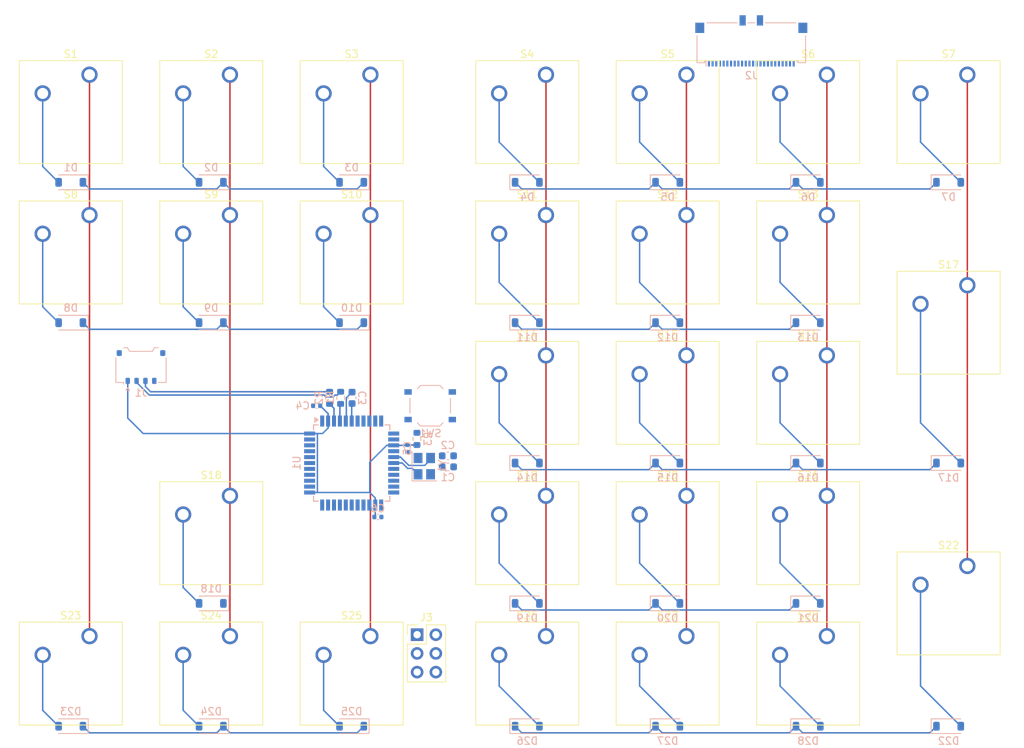
<source format=kicad_pcb>
(kicad_pcb (version 20240108) (generator "pcbnew") (generator_version "8.0")
  (layers (0 "F.Cu" signal) (31 "B.Cu" signal) (34 "B.Paste" user) (35 "F.Paste" user) (36 "B.SilkS" user "B.Silkscreen") (37 "F.SilkS" user "F.Silkscreen") (38 "B.Mask" user) (39 "F.Mask" user) (44 "Edge.Cuts" user))
  (net 0 "")
  (net 1 "GND")
  (net 2 "+5V")
  (net 14 "Net-(D1-A)")
  (net 15 "Col0")
  (net 16 "Net-(D2-A)")
  (net 17 "Col1")
  (net 18 "Net-(D3-A)")
  (net 19 "Col2")
  (net 20 "Net-(D4-A)")
  (net 21 "Col3")
  (net 22 "Col4")
  (net 23 "Net-(D5-A)")
  (net 24 "Col5")
  (net 25 "Net-(D6-A)")
  (net 26 "Net-(D7-A)")
  (net 27 "Col6")
  (net 28 "Net-(D8-A)")
  (net 29 "Net-(D9-A)")
  (net 30 "Net-(D10-A)")
  (net 31 "Net-(D11-A)")
  (net 32 "Net-(D12-A)")
  (net 33 "Net-(D13-A)")
  (net 34 "Net-(D14-A)")
  (net 35 "Net-(D15-A)")
  (net 36 "Net-(D16-A)")
  (net 37 "Net-(D17-A)")
  (net 38 "Net-(D18-A)")
  (net 39 "Net-(D19-A)")
  (net 40 "Net-(D20-A)")
  (net 41 "Net-(D21-A)")
  (net 42 "Net-(D22-A)")
  (net 43 "Net-(D23-A)")
  (net 44 "Net-(D24-A)")
  (net 45 "Net-(D25-A)")
  (net 46 "Net-(D26-A)")
  (net 47 "Net-(D27-A)")
  (net 48 "Net-(D28-A)")
  (net 49 "Row0")
  (net 50 "Row1")
  (net 51 "Row2")
  (net 52 "Row3")
  (net 53 "Row4")
  (net 54 "D-")
  (net 55 "D+")
  (net 56 "Net-(U1-XTAL1)")
  (net 57 "Net-(U1-XTAL2)")
  (net 58 "Net-(U1-UCAP)")
  (net 59 "Net-(U1-D+)")
  (net 60 "Net-(U1-D-)")
  (net 61 "RESET")
  (net 62 "Row5")
  (net 63 "MOSI")
  (net 64 "MISO")
  (net 89 "SCK")
  (footprint "Button_Switch_Keyboard:SW_Cherry_MX_1.00u_PCB" (layer "F.Cu") (at 152.5525 102.07)
    (property "Reference" "S15")
    (property "Value" "MX Switch")
  )
  (footprint "Button_Switch_Keyboard:SW_Cherry_MX_1.00u_PCB" (layer "F.Cu") (at 171.6025 102.07)
    (property "Reference" "S16")
    (property "Value" "MX Switch")
  )
  (footprint "Button_Switch_Keyboard:SW_Cherry_MX_2.00u_Vertical_PCB" (layer "F.Cu") (at 190.6525 130.645)
    (property "Reference" "S22")
    (property "Value" "MX Switch")
  )
  (footprint "Button_Switch_Keyboard:SW_Cherry_MX_1.00u_PCB" (layer "F.Cu") (at 109.69 140.17)
    (property "Reference" "S25")
    (property "Value" "MX Switch")
  )
  (footprint "Button_Switch_Keyboard:SW_Cherry_MX_1.00u_PCB" (layer "F.Cu") (at 152.5525 121.12)
    (property "Reference" "S20")
    (property "Value" "MX Switch")
  )
  (footprint "Button_Switch_Keyboard:SW_Cherry_MX_1.00u_PCB" (layer "F.Cu") (at 171.6025 140.17)
    (property "Reference" "S28")
    (property "Value" "MX Switch")
  )
  (footprint "Button_Switch_Keyboard:SW_Cherry_MX_1.00u_PCB" (layer "F.Cu") (at 90.64 83.02)
    (property "Reference" "S9")
    (property "Value" "MX Switch")
  )
  (footprint "Button_Switch_Keyboard:SW_Cherry_MX_1.00u_PCB" (layer "F.Cu") (at 90.64 121.12)
    (property "Reference" "S18")
    (property "Value" "MX Switch")
  )
  (footprint "Button_Switch_Keyboard:SW_Cherry_MX_1.00u_PCB" (layer "F.Cu") (at 152.5525 63.97)
    (property "Reference" "S5")
    (property "Value" "MX Switch")
  )
  (footprint "Button_Switch_Keyboard:SW_Cherry_MX_1.00u_PCB" (layer "F.Cu") (at 190.6525 63.97)
    (property "Reference" "S7")
    (property "Value" "MX Switch")
  )
  (footprint "Button_Switch_Keyboard:SW_Cherry_MX_1.00u_PCB" (layer "F.Cu") (at 133.5025 83.02)
    (property "Reference" "S11")
    (property "Value" "MX Switch")
  )
  (footprint "Button_Switch_Keyboard:SW_Cherry_MX_1.00u_PCB" (layer "F.Cu") (at 133.5025 63.97)
    (property "Reference" "S4")
    (property "Value" "MX Switch")
  )
  (footprint "Button_Switch_Keyboard:SW_Cherry_MX_1.00u_PCB" (layer "F.Cu") (at 109.69 83.02)
    (property "Reference" "S10")
    (property "Value" "MX Switch")
  )
  (footprint "Button_Switch_Keyboard:SW_Cherry_MX_1.00u_PCB" (layer "F.Cu") (at 171.6025 63.97)
    (property "Reference" "S6")
    (property "Value" "MX Switch")
  )
  (footprint "Button_Switch_Keyboard:SW_Cherry_MX_2.00u_Vertical_PCB" (layer "F.Cu") (at 190.6525 92.545)
    (property "Reference" "S17")
    (property "Value" "MX Switch")
  )
  (footprint "Button_Switch_Keyboard:SW_Cherry_MX_1.00u_PCB" (layer "F.Cu") (at 71.59 63.97)
    (property "Reference" "S1")
    (property "Value" "MX Switch")
  )
  (footprint "Button_Switch_Keyboard:SW_Cherry_MX_1.00u_PCB" (layer "F.Cu") (at 90.64 140.17)
    (property "Reference" "S24")
    (property "Value" "MX Switch")
  )
  (footprint "Button_Switch_Keyboard:SW_Cherry_MX_1.00u_PCB" (layer "F.Cu") (at 71.59 140.17)
    (property "Reference" "S23")
    (property "Value" "MX Switch")
  )
  (footprint "Button_Switch_Keyboard:SW_Cherry_MX_1.00u_PCB" (layer "F.Cu") (at 171.6025 121.12)
    (property "Reference" "S21")
    (property "Value" "MX Switch")
  )
  (footprint "Button_Switch_Keyboard:SW_Cherry_MX_1.00u_PCB" (layer "F.Cu") (at 71.59 83.02)
    (property "Reference" "S8")
    (property "Value" "MX Switch")
  )
  (footprint "Button_Switch_Keyboard:SW_Cherry_MX_1.00u_PCB" (layer "F.Cu") (at 109.69 63.97)
    (property "Reference" "S3")
    (property "Value" "MX Switch")
  )
  (footprint "Button_Switch_Keyboard:SW_Cherry_MX_1.00u_PCB" (layer "F.Cu") (at 133.5025 102.07)
    (property "Reference" "S14")
    (property "Value" "MX Switch")
  )
  (footprint "Button_Switch_Keyboard:SW_Cherry_MX_1.00u_PCB" (layer "F.Cu") (at 152.5525 140.17)
    (property "Reference" "S27")
    (property "Value" "MX Switch")
  )
  (footprint "Button_Switch_Keyboard:SW_Cherry_MX_1.00u_PCB" (layer "F.Cu") (at 133.5025 121.12)
    (property "Reference" "S19")
    (property "Value" "MX Switch")
  )
  (footprint "Button_Switch_Keyboard:SW_Cherry_MX_1.00u_PCB" (layer "F.Cu") (at 171.6025 83.02)
    (property "Reference" "S13")
    (property "Value" "MX Switch")
  )
  (footprint "Button_Switch_Keyboard:SW_Cherry_MX_1.00u_PCB" (layer "F.Cu") (at 152.5525 83.02)
    (property "Reference" "S12")
    (property "Value" "MX Switch")
  )
  (footprint "Connector_PinHeader_2.54mm:PinHeader_2x03_P2.54mm_Vertical" (layer "F.Cu") (at 116.025 139.975)
    (property "Reference" "J3")
    (property "Value" "AVR-ISP-6")
  )
  (footprint "Button_Switch_Keyboard:SW_Cherry_MX_1.00u_PCB" (layer "F.Cu") (at 133.5025 140.17)
    (property "Reference" "S26")
    (property "Value" "MX Switch")
  )
  (footprint "Button_Switch_Keyboard:SW_Cherry_MX_1.00u_PCB" (layer "F.Cu") (at 90.64 63.97)
    (property "Reference" "S2")
    (property "Value" "MX Switch")
  )
  (footprint "Capacitor_SMD:C_0603_1608Metric" (layer "B.Cu") (at 120.2 117.2)
    (property "Reference" "C1")
    (property "Value" "20nF")
  )
  (footprint "Diode_SMD:D_SOD-123" (layer "B.Cu") (at 150.0125 135.725)
    (property "Reference" "D20")
    (property "Value" "Diode")
  )
  (footprint "Diode_SMD:D_SOD-123" (layer "B.Cu") (at 88.1 152.39375 180)
    (property "Reference" "D24")
    (property "Value" "Diode")
  )
  (footprint "Resistor_SMD:R_0603_1608Metric" (layer "B.Cu") (at 105.65 107.825 -90)
    (property "Reference" "R1")
    (property "Value" "22Ω")
  )
  (footprint "Resistor_SMD:R_0603_1608Metric" (layer "B.Cu") (at 104.15 107.825 -90)
    (property "Reference" "R2")
    (property "Value" "22Ω")
  )
  (footprint "Resistor_SMD:R_0603_1608Metric" (layer "B.Cu") (at 116 113.4 90)
    (property "Reference" "R3")
    (property "Value" "10kΩ")
  )
  (footprint "Diode_SMD:D_SOD-123" (layer "B.Cu") (at 69.05 78.575 180)
    (property "Reference" "D1")
    (property "Value" "Diode")
  )
  (footprint "Diode_SMD:D_SOD-123" (layer "B.Cu") (at 188.1125 152.39375)
    (property "Reference" "D22")
    (property "Value" "Diode")
  )
  (footprint "Crystal:Crystal_SMD_3225-4Pin_3.2x2.5mm" (layer "B.Cu") (at 117 117.1 90)
    (property "Reference" "Y1")
    (property "Value" "16mHz")
  )
  (footprint "Diode_SMD:D_SOD-123" (layer "B.Cu") (at 169.0625 78.575)
    (property "Reference" "D6")
    (property "Value" "Diode")
  )
  (footprint "Diode_SMD:D_SOD-123" (layer "B.Cu") (at 169.0625 152.39375)
    (property "Reference" "D28")
    (property "Value" "Diode")
  )
  (footprint "Diode_SMD:D_SOD-123" (layer "B.Cu") (at 107.15 97.625 180)
    (property "Reference" "D10")
    (property "Value" "Diode")
  )
  (footprint "Diode_SMD:D_SOD-123" (layer "B.Cu") (at 130.9625 78.575)
    (property "Reference" "D4")
    (property "Value" "Diode")
  )
  (footprint "Diode_SMD:D_SOD-123" (layer "B.Cu") (at 169.0625 116.675)
    (property "Reference" "D16")
    (property "Value" "Diode")
  )
  (footprint "Diode_SMD:D_SOD-123" (layer "B.Cu") (at 130.9625 116.675)
    (property "Reference" "D14")
    (property "Value" "Diode")
  )
  (footprint "Connector_FFC-FPC:Molex_502244-2430_1x24-1MP_P0.5mm_Horizontal" (layer "B.Cu") (at 161.35 59.38)
    (property "Reference" "J2")
    (property "Value" "512812498")
  )
  (footprint "Capacitor_SMD:C_0603_1608Metric" (layer "B.Cu") (at 107.2 107.825 90)
    (property "Reference" "C3")
    (property "Value" "1uF")
  )
  (footprint "Diode_SMD:D_SOD-123" (layer "B.Cu") (at 130.9625 152.39375)
    (property "Reference" "D26")
    (property "Value" "Diode")
  )
  (footprint "Diode_SMD:D_SOD-123" (layer "B.Cu") (at 169.0625 97.625)
    (property "Reference" "D13")
    (property "Value" "Diode")
  )
  (footprint "Package_QFP:TQFP-44_10x10mm_P0.8mm" (layer "B.Cu") (at 107.15 116.675 -90)
    (property "Reference" "U1")
    (property "Value" "ATmega32U4-A")
  )
  (footprint "Capacitor_SMD:C_0402_1005Metric" (layer "B.Cu") (at 102.4 108.9)
    (property "Reference" "C4")
    (property "Value" "100nF")
  )
  (footprint "Diode_SMD:D_SOD-123" (layer "B.Cu") (at 88.1 78.575 180)
    (property "Reference" "D2")
    (property "Value" "Diode")
  )
  (footprint "Diode_SMD:D_SOD-123" (layer "B.Cu") (at 150.0125 152.39375)
    (property "Reference" "D27")
    (property "Value" "Diode")
  )
  (footprint "Capacitor_SMD:C_0402_1005Metric" (layer "B.Cu") (at 114.7 114.7 90)
    (property "Reference" "C5")
    (property "Value" "100nF")
  )
  (footprint "Diode_SMD:D_SOD-123" (layer "B.Cu") (at 150.0125 97.625)
    (property "Reference" "D12")
    (property "Value" "Diode")
  )
  (footprint "Diode_SMD:D_SOD-123" (layer "B.Cu") (at 88.1 135.725 180)
    (property "Reference" "D18")
    (property "Value" "Diode")
  )
  (footprint "Diode_SMD:D_SOD-123" (layer "B.Cu") (at 130.9625 135.725)
    (property "Reference" "D19")
    (property "Value" "Diode")
  )
  (footprint "Diode_SMD:D_SOD-123" (layer "B.Cu") (at 107.15 78.575 180)
    (property "Reference" "D3")
    (property "Value" "Diode")
  )
  (footprint "Diode_SMD:D_SOD-123" (layer "B.Cu") (at 188.1125 78.575)
    (property "Reference" "D7")
    (property "Value" "Diode")
  )
  (footprint "Diode_SMD:D_SOD-123" (layer "B.Cu") (at 150.0125 78.575)
    (property "Reference" "D5")
    (property "Value" "Diode")
  )
  (footprint "Capacitor_SMD:C_0603_1608Metric" (layer "B.Cu") (at 120.2 115.7 180)
    (property "Reference" "C2")
    (property "Value" "20nF")
  )
  (footprint "Capacitor_SMD:C_0402_1005Metric" (layer "B.Cu") (at 110.7 124 180)
    (property "Reference" "C6")
    (property "Value" "100nF")
  )
  (footprint "Diode_SMD:D_SOD-123" (layer "B.Cu") (at 188.1125 116.675)
    (property "Reference" "D17")
    (property "Value" "Diode")
  )
  (footprint "Diode_SMD:D_SOD-123" (layer "B.Cu") (at 150.0125 116.675)
    (property "Reference" "D15")
    (property "Value" "Diode")
  )
  (footprint "Connector_Molex:Molex_Pico-EZmate_78171-0004_1x04-1MP_P1.20mm_Vertical" (layer "B.Cu") (at 78.575 103.65)
    (property "Reference" "J1")
    (property "Value" "781710004")
  )
  (footprint "Diode_SMD:D_SOD-123" (layer "B.Cu") (at 107.15 152.39375 180)
    (property "Reference" "D25")
    (property "Value" "Diode")
  )
  (footprint "Diode_SMD:D_SOD-123" (layer "B.Cu") (at 130.9625 97.625)
    (property "Reference" "D11")
    (property "Value" "Diode")
  )
  (footprint "Button_Switch_SMD:SW_Push_1P1T_XKB_TS-1187A" (layer "B.Cu") (at 117.8 108.9)
    (property "Reference" "SW1")
    (property "Value" "SW_Reset")
  )
  (footprint "Diode_SMD:D_SOD-123" (layer "B.Cu") (at 88.1 97.625 180)
    (property "Reference" "D9")
    (property "Value" "Diode")
  )
  (footprint "Diode_SMD:D_SOD-123" (layer "B.Cu") (at 69.05 152.39375 180)
    (property "Reference" "D23")
    (property "Value" "Diode")
  )
  (footprint "Diode_SMD:D_SOD-123" (layer "B.Cu") (at 169.0625 135.725)
    (property "Reference" "D21")
    (property "Value" "Diode")
  )
  (footprint "Diode_SMD:D_SOD-123" (layer "B.Cu") (at 69.05 97.625 180)
    (property "Reference" "D8")
    (property "Value" "Diode")
  )
  (segment (start 106.425 110.9) (end 106.35 110.975) (width 0.2) (layer "B.Cu") (net 1))
  (segment (start 106.425 107.825) (end 106.425 110.9) (width 0.2) (layer "B.Cu") (net 1))
  (segment (start 107.2 107.05) (end 106.425 107.825) (width 0.2) (layer "B.Cu") (net 1))
  (segment (start 103.95 110.975) (end 103.95 109.97) (width 0.2) (layer "B.Cu") (net 2))
  (segment (start 102.5 120.575) (end 102.5 112.775) (width 0.2) (layer "B.Cu") (net 2))
  (segment (start 114.705 114.225) (end 114.7 114.22) (width 0.2) (layer "B.Cu") (net 2))
  (segment (start 102.4 120.675) (end 102.5 120.575) (width 0.2) (layer "B.Cu") (net 2))
  (segment (start 110.35 122.375) (end 110.35 123.87) (width 0.2) (layer "B.Cu") (net 2))
  (segment (start 101.45 112.675) (end 103.2 112.675) (width 0.2) (layer "B.Cu") (net 2))
  (segment (start 111.9 114.275) (end 109.6 116.575) (width 0.2) (layer "B.Cu") (net 2))
  (segment (start 78.875 112.675) (end 101.45 112.675) (width 0.2) (layer "B.Cu") (net 2))
  (segment (start 102.5 112.775) (end 102.4 112.675) (width 0.2) (layer "B.Cu") (net 2))
  (segment (start 102.4 112.675) (end 101.45 112.675) (width 0.2) (layer "B.Cu") (net 2))
  (segment (start 101.45 120.675) (end 102.4 120.675) (width 0.2) (layer "B.Cu") (net 2))
  (segment (start 110.35 123.87) (end 110.22 124) (width 0.2) (layer "B.Cu") (net 2))
  (segment (start 103.95 111.925) (end 103.95 110.975) (width 0.2) (layer "B.Cu") (net 2))
  (segment (start 76.775001 110.575001) (end 78.875 112.675) (width 0.2) (layer "B.Cu") (net 2))
  (segment (start 103.2 112.675) (end 103.95 111.925) (width 0.2) (layer "B.Cu") (net 2))
  (segment (start 110.35 121.425) (end 110.35 122.375) (width 0.2) (layer "B.Cu") (net 2))
  (segment (start 112.85 114.275) (end 111.9 114.275) (width 0.2) (layer "B.Cu") (net 2))
  (segment (start 103.95 109.97) (end 102.88 108.9) (width 0.2) (layer "B.Cu") (net 2))
  (segment (start 112.85 114.275) (end 114.645 114.275) (width 0.2) (layer "B.Cu") (net 2))
  (segment (start 109.6 116.575) (end 109.6 120.675) (width 0.2) (layer "B.Cu") (net 2))
  (segment (start 101.45 120.675) (end 109.6 120.675) (width 0.2) (layer "B.Cu") (net 2))
  (segment (start 109.6 120.675) (end 110.35 121.425) (width 0.2) (layer "B.Cu") (net 2))
  (segment (start 76.775001 105.7329) (end 76.775001 110.575001) (width 0.2) (layer "B.Cu") (net 2))
  (segment (start 116 114.225) (end 114.705 114.225) (width 0.2) (layer "B.Cu") (net 2))
  (segment (start 114.645 114.275) (end 114.7 114.22) (width 0.2) (layer "B.Cu") (net 2))
  (segment (start 65.24 76.415) (end 67.4 78.575) (width 0.2) (layer "B.Cu") (net 14))
  (segment (start 65.24 66.51) (end 65.24 76.415) (width 0.2) (layer "B.Cu") (net 14))
  (segment (start 71.59 63.97) (end 71.59 83.02) (width 0.2) (layer "F.Cu") (net 15))
  (segment (start 71.59 83.02) (end 71.59 140.17) (width 0.2) (layer "F.Cu") (net 15))
  (segment (start 84.29 66.51) (end 84.29 76.415) (width 0.2) (layer "B.Cu") (net 16))
  (segment (start 84.29 76.415) (end 86.45 78.575) (width 0.2) (layer "B.Cu") (net 16))
  (segment (start 90.64 83.02) (end 90.64 121.12) (width 0.2) (layer "F.Cu") (net 17))
  (segment (start 90.64 63.97) (end 90.64 83.02) (width 0.2) (layer "F.Cu") (net 17))
  (segment (start 90.64 121.12) (end 90.64 140.17) (width 0.2) (layer "F.Cu") (net 17))
  (segment (start 103.34 76.415) (end 105.5 78.575) (width 0.2) (layer "B.Cu") (net 18))
  (segment (start 103.34 66.51) (end 103.34 76.415) (width 0.2) (layer "B.Cu") (net 18))
  (segment (start 109.69 63.97) (end 109.69 83.02) (width 0.2) (layer "F.Cu") (net 19))
  (segment (start 109.69 83.02) (end 109.69 140.17) (width 0.2) (layer "F.Cu") (net 19))
  (segment (start 127.1525 66.51) (end 127.1525 73.115) (width 0.2) (layer "B.Cu") (net 20))
  (segment (start 127.1525 73.115) (end 132.6125 78.575) (width 0.2) (layer "B.Cu") (net 20))
  (segment (start 133.5025 102.07) (end 133.5025 121.12) (width 0.2) (layer "F.Cu") (net 21))
  (segment (start 133.5025 121.12) (end 133.5025 140.17) (width 0.2) (layer "F.Cu") (net 21))
  (segment (start 133.5025 83.02) (end 133.5025 102.07) (width 0.2) (layer "F.Cu") (net 21))
  (segment (start 133.5025 63.97) (end 133.5025 83.02) (width 0.2) (layer "F.Cu") (net 21))
  (segment (start 152.5525 102.07) (end 152.5525 121.12) (width 0.2) (layer "F.Cu") (net 22))
  (segment (start 152.5525 83.02) (end 152.5525 102.07) (width 0.2) (layer "F.Cu") (net 22))
  (segment (start 152.5525 121.12) (end 152.5525 140.17) (width 0.2) (layer "F.Cu") (net 22))
  (segment (start 152.5525 63.97) (end 152.5525 83.02) (width 0.2) (layer "F.Cu") (net 22))
  (segment (start 146.2025 73.115) (end 151.6625 78.575) (width 0.2) (layer "B.Cu") (net 23))
  (segment (start 146.2025 66.51) (end 146.2025 73.115) (width 0.2) (layer "B.Cu") (net 23))
  (segment (start 171.6025 63.97) (end 171.6025 83.02) (width 0.2) (layer "F.Cu") (net 24))
  (segment (start 171.6025 121.12) (end 171.6025 140.17) (width 0.2) (layer "F.Cu") (net 24))
  (segment (start 171.6025 102.07) (end 171.6025 121.12) (width 0.2) (layer "F.Cu") (net 24))
  (segment (start 171.6025 83.02) (end 171.6025 102.07) (width 0.2) (layer "F.Cu") (net 24))
  (segment (start 165.2525 66.51) (end 165.2525 73.115) (width 0.2) (layer "B.Cu") (net 25))
  (segment (start 165.2525 73.115) (end 170.7125 78.575) (width 0.2) (layer "B.Cu") (net 25))
  (segment (start 184.3025 66.51) (end 184.3025 73.115) (width 0.2) (layer "B.Cu") (net 26))
  (segment (start 184.3025 73.115) (end 189.7625 78.575) (width 0.2) (layer "B.Cu") (net 26))
  (segment (start 190.6525 92.545) (end 190.6525 63.97) (width 0.2) (layer "F.Cu") (net 27))
  (segment (start 190.6525 130.645) (end 190.6525 92.545) (width 0.2) (layer "F.Cu") (net 27))
  (segment (start 65.24 95.465) (end 67.4 97.625) (width 0.2) (layer "B.Cu") (net 28))
  (segment (start 65.24 85.56) (end 65.24 95.465) (width 0.2) (layer "B.Cu") (net 28))
  (segment (start 84.29 95.465) (end 86.45 97.625) (width 0.2) (layer "B.Cu") (net 29))
  (segment (start 84.29 85.56) (end 84.29 95.465) (width 0.2) (layer "B.Cu") (net 29))
  (segment (start 103.34 85.56) (end 103.34 95.465) (width 0.2) (layer "B.Cu") (net 30))
  (segment (start 103.34 95.465) (end 105.5 97.625) (width 0.2) (layer "B.Cu") (net 30))
  (segment (start 127.1525 85.56) (end 127.1525 92.165) (width 0.2) (layer "B.Cu") (net 31))
  (segment (start 127.1525 92.165) (end 132.6125 97.625) (width 0.2) (layer "B.Cu") (net 31))
  (segment (start 146.2025 85.56) (end 146.2025 92.165) (width 0.2) (layer "B.Cu") (net 32))
  (segment (start 146.2025 92.165) (end 151.6625 97.625) (width 0.2) (layer "B.Cu") (net 32))
  (segment (start 165.2525 92.165) (end 170.7125 97.625) (width 0.2) (layer "B.Cu") (net 33))
  (segment (start 165.2525 85.56) (end 165.2525 92.165) (width 0.2) (layer "B.Cu") (net 33))
  (segment (start 127.1525 111.215) (end 132.6125 116.675) (width 0.2) (layer "B.Cu") (net 34))
  (segment (start 127.1525 104.61) (end 127.1525 111.215) (width 0.2) (layer "B.Cu") (net 34))
  (segment (start 146.2025 111.215) (end 151.6625 116.675) (width 0.2) (layer "B.Cu") (net 35))
  (segment (start 146.2025 104.61) (end 146.2025 111.215) (width 0.2) (layer "B.Cu") (net 35))
  (segment (start 165.2525 111.215) (end 170.7125 116.675) (width 0.2) (layer "B.Cu") (net 36))
  (segment (start 165.2525 104.61) (end 165.2525 111.215) (width 0.2) (layer "B.Cu") (net 36))
  (segment (start 184.3025 95.085) (end 184.3025 111.215) (width 0.2) (layer "B.Cu") (net 37))
  (segment (start 184.3025 111.215) (end 189.7625 116.675) (width 0.2) (layer "B.Cu") (net 37))
  (segment (start 84.29 133.565) (end 86.45 135.725) (width 0.2) (layer "B.Cu") (net 38))
  (segment (start 84.29 123.66) (end 84.29 133.565) (width 0.2) (layer "B.Cu") (net 38))
  (segment (start 127.1525 130.265) (end 132.6125 135.725) (width 0.2) (layer "B.Cu") (net 39))
  (segment (start 127.1525 123.66) (end 127.1525 130.265) (width 0.2) (layer "B.Cu") (net 39))
  (segment (start 146.2025 130.265) (end 151.6625 135.725) (width 0.2) (layer "B.Cu") (net 40))
  (segment (start 146.2025 123.66) (end 146.2025 130.265) (width 0.2) (layer "B.Cu") (net 40))
  (segment (start 165.2525 130.265) (end 170.7125 135.725) (width 0.2) (layer "B.Cu") (net 41))
  (segment (start 165.2525 123.66) (end 165.2525 130.265) (width 0.2) (layer "B.Cu") (net 41))
  (segment (start 184.3025 146.93375) (end 189.7625 152.39375) (width 0.2) (layer "B.Cu") (net 42))
  (segment (start 184.3025 133.185) (end 184.3025 146.93375) (width 0.2) (layer "B.Cu") (net 42))
  (segment (start 65.24 142.71) (end 65.24 150.23375) (width 0.2) (layer "B.Cu") (net 43))
  (segment (start 65.24 150.23375) (end 67.4 152.39375) (width 0.2) (layer "B.Cu") (net 43))
  (segment (start 84.29 150.23375) (end 86.45 152.39375) (width 0.2) (layer "B.Cu") (net 44))
  (segment (start 84.29 142.71) (end 84.29 150.23375) (width 0.2) (layer "B.Cu") (net 44))
  (segment (start 103.34 142.71) (end 103.34 150.23375) (width 0.2) (layer "B.Cu") (net 45))
  (segment (start 103.34 150.23375) (end 105.5 152.39375) (width 0.2) (layer "B.Cu") (net 45))
  (segment (start 127.1525 146.93375) (end 132.6125 152.39375) (width 0.2) (layer "B.Cu") (net 46))
  (segment (start 127.1525 142.71) (end 127.1525 146.93375) (width 0.2) (layer "B.Cu") (net 46))
  (segment (start 146.2025 142.71) (end 146.2025 146.93375) (width 0.2) (layer "B.Cu") (net 47))
  (segment (start 146.2025 146.93375) (end 151.6625 152.39375) (width 0.2) (layer "B.Cu") (net 47))
  (segment (start 165.2525 142.71) (end 165.2525 146.93375) (width 0.2) (layer "B.Cu") (net 48))
  (segment (start 165.2525 146.93375) (end 170.7125 152.39375) (width 0.2) (layer "B.Cu") (net 48))
  (segment (start 147.4625 79.475) (end 130.2125 79.475) (width 0.2) (layer "B.Cu") (net 49))
  (segment (start 90.65 79.475) (end 107.9 79.475) (width 0.2) (layer "B.Cu") (net 49))
  (segment (start 107.9 79.475) (end 108.8 78.575) (width 0.2) (layer "B.Cu") (net 49))
  (segment (start 185.5625 79.475) (end 168.3125 79.475) (width 0.2) (layer "B.Cu") (net 49))
  (segment (start 149.2625 79.475) (end 148.3625 78.575) (width 0.2) (layer "B.Cu") (net 49))
  (segment (start 70.7 78.575) (end 71.6 79.475) (width 0.2) (layer "B.Cu") (net 49))
  (segment (start 130.2125 79.475) (end 129.3125 78.575) (width 0.2) (layer "B.Cu") (net 49))
  (segment (start 168.3125 79.475) (end 167.4125 78.575) (width 0.2) (layer "B.Cu") (net 49))
  (segment (start 166.5125 79.475) (end 149.2625 79.475) (width 0.2) (layer "B.Cu") (net 49))
  (segment (start 71.6 79.475) (end 88.85 79.475) (width 0.2) (layer "B.Cu") (net 49))
  (segment (start 88.85 79.475) (end 89.75 78.575) (width 0.2) (layer "B.Cu") (net 49))
  (segment (start 148.3625 78.575) (end 147.4625 79.475) (width 0.2) (layer "B.Cu") (net 49))
  (segment (start 167.4125 78.575) (end 166.5125 79.475) (width 0.2) (layer "B.Cu") (net 49))
  (segment (start 186.4625 78.575) (end 185.5625 79.475) (width 0.2) (layer "B.Cu") (net 49))
  (segment (start 89.75 78.575) (end 90.65 79.475) (width 0.2) (layer "B.Cu") (net 49))
  (segment (start 167.4125 97.625) (end 166.5125 98.525) (width 0.2) (layer "B.Cu") (net 50))
  (segment (start 147.4625 98.525) (end 130.2125 98.525) (width 0.2) (layer "B.Cu") (net 50))
  (segment (start 148.3625 97.625) (end 147.4625 98.525) (width 0.2) (layer "B.Cu") (net 50))
  (segment (start 70.7 97.625) (end 71.6 98.525) (width 0.2) (layer "B.Cu") (net 50))
  (segment (start 89.75 97.625) (end 90.65 98.525) (width 0.2) (layer "B.Cu") (net 50))
  (segment (start 90.65 98.525) (end 107.9 98.525) (width 0.2) (layer "B.Cu") (net 50))
  (segment (start 71.6 98.525) (end 88.85 98.525) (width 0.2) (layer "B.Cu") (net 50))
  (segment (start 166.5125 98.525) (end 149.2625 98.525) (width 0.2) (layer "B.Cu") (net 50))
  (segment (start 107.9 98.525) (end 108.8 97.625) (width 0.2) (layer "B.Cu") (net 50))
  (segment (start 130.2125 98.525) (end 129.3125 97.625) (width 0.2) (layer "B.Cu") (net 50))
  (segment (start 149.2625 98.525) (end 148.3625 97.625) (width 0.2) (layer "B.Cu") (net 50))
  (segment (start 88.85 98.525) (end 89.75 97.625) (width 0.2) (layer "B.Cu") (net 50))
  (segment (start 148.3625 116.675) (end 147.4625 117.575) (width 0.2) (layer "B.Cu") (net 51))
  (segment (start 186.4625 116.675) (end 185.5625 117.575) (width 0.2) (layer "B.Cu") (net 51))
  (segment (start 130.2125 117.575) (end 129.3125 116.675) (width 0.2) (layer "B.Cu") (net 51))
  (segment (start 168.3125 117.575) (end 167.4125 116.675) (width 0.2) (layer "B.Cu") (net 51))
  (segment (start 147.4625 117.575) (end 130.2125 117.575) (width 0.2) (layer "B.Cu") (net 51))
  (segment (start 185.5625 117.575) (end 168.3125 117.575) (width 0.2) (layer "B.Cu") (net 51))
  (segment (start 167.4125 116.675) (end 166.5125 117.575) (width 0.2) (layer "B.Cu") (net 51))
  (segment (start 149.2625 117.575) (end 148.3625 116.675) (width 0.2) (layer "B.Cu") (net 51))
  (segment (start 166.5125 117.575) (end 149.2625 117.575) (width 0.2) (layer "B.Cu") (net 51))
  (segment (start 166.5125 136.625) (end 149.2625 136.625) (width 0.2) (layer "B.Cu") (net 52))
  (segment (start 147.4625 136.625) (end 130.2125 136.625) (width 0.2) (layer "B.Cu") (net 52))
  (segment (start 130.2125 136.625) (end 129.3125 135.725) (width 0.2) (layer "B.Cu") (net 52))
  (segment (start 149.2625 136.625) (end 148.3625 135.725) (width 0.2) (layer "B.Cu") (net 52))
  (segment (start 148.3625 135.725) (end 147.4625 136.625) (width 0.2) (layer "B.Cu") (net 52))
  (segment (start 167.4125 135.725) (end 166.5125 136.625) (width 0.2) (layer "B.Cu") (net 52))
  (segment (start 167.4125 152.39375) (end 166.5125 153.29375) (width 0.2) (layer "B.Cu") (net 53))
  (segment (start 168.3125 153.29375) (end 167.4125 152.39375) (width 0.2) (layer "B.Cu") (net 53))
  (segment (start 185.5625 153.29375) (end 168.3125 153.29375) (width 0.2) (layer "B.Cu") (net 53))
  (segment (start 70.7 152.39375) (end 71.6 153.29375) (width 0.2) (layer "B.Cu") (net 53))
  (segment (start 166.5125 153.29375) (end 149.2625 153.29375) (width 0.2) (layer "B.Cu") (net 53))
  (segment (start 148.3625 152.39375) (end 147.4625 153.29375) (width 0.2) (layer "B.Cu") (net 53))
  (segment (start 149.2625 153.29375) (end 148.3625 152.39375) (width 0.2) (layer "B.Cu") (net 53))
  (segment (start 186.4625 152.39375) (end 185.5625 153.29375) (width 0.2) (layer "B.Cu") (net 53))
  (segment (start 88.85 153.29375) (end 89.75 152.39375) (width 0.2) (layer "B.Cu") (net 53))
  (segment (start 90.65 153.29375) (end 107.9 153.29375) (width 0.2) (layer "B.Cu") (net 53))
  (segment (start 71.6 153.29375) (end 88.85 153.29375) (width 0.2) (layer "B.Cu") (net 53))
  (segment (start 147.4625 153.29375) (end 130.2125 153.29375) (width 0.2) (layer "B.Cu") (net 53))
  (segment (start 89.75 152.39375) (end 90.65 153.29375) (width 0.2) (layer "B.Cu") (net 53))
  (segment (start 130.2125 153.29375) (end 129.3125 152.39375) (width 0.2) (layer "B.Cu") (net 53))
  (segment (start 107.9 153.29375) (end 108.8 152.39375) (width 0.2) (layer "B.Cu") (net 53))
  (segment (start 104.15 107) (end 79.878498 107) (width 0.2) (layer "B.Cu") (net 54))
  (segment (start 79.878498 107) (end 79.174999 106.296501) (width 0.2) (layer "B.Cu") (net 54))
  (segment (start 79.174999 106.296501) (end 79.174999 105.7329) (width 0.2) (layer "B.Cu") (net 54))
  (segment (start 104.887648 107.45) (end 104.637648 107.7) (width 0.2) (layer "B.Cu") (net 55))
  (segment (start 105.2 107.45) (end 104.887648 107.45) (width 0.2) (layer "B.Cu") (net 55))
  (segment (start 104.637648 107.7) (end 103.662352 107.7) (width 0.2) (layer "B.Cu") (net 55))
  (segment (start 103.662352 107.7) (end 103.412352 107.45) (width 0.2) (layer "B.Cu") (net 55))
  (segment (start 79.692101 107.45) (end 77.975001 105.7329) (width 0.2) (layer "B.Cu") (net 55))
  (segment (start 105.65 107) (end 105.2 107.45) (width 0.2) (layer "B.Cu") (net 55))
  (segment (start 103.412352 107.45) (end 79.692101 107.45) (width 0.2) (layer "B.Cu") (net 55))
  (segment (start 114.5 117.165685) (end 114.009314 116.675) (width 0.2) (layer "B.Cu") (net 56))
  (segment (start 116.15 118.2) (end 115.35 117.4) (width 0.2) (layer "B.Cu") (net 56))
  (segment (start 115.35 117.4) (end 114.734314 117.4) (width 0.2) (layer "B.Cu") (net 56))
  (segment (start 114.009314 116.675) (end 112.85 116.675) (width 0.2) (layer "B.Cu") (net 56))
  (segment (start 114.734314 117.4) (end 114.5 117.165685) (width 0.2) (layer "B.Cu") (net 56))
  (segment (start 117.85 116.2) (end 117.05 117) (width 0.2) (layer "B.Cu") (net 57))
  (segment (start 117.85 116) (end 117.85 116.2) (width 0.2) (layer "B.Cu") (net 57))
  (segment (start 117.05 117) (end 114.9 117) (width 0.2) (layer "B.Cu") (net 57))
  (segment (start 114.9 117) (end 113.775 115.875) (width 0.2) (layer "B.Cu") (net 57))
  (segment (start 113.775 115.875) (end 112.85 115.875) (width 0.2) (layer "B.Cu") (net 57))
  (segment (start 107.15 110.975) (end 107.15 108.65) (width 0.2) (layer "B.Cu") (net 58))
  (segment (start 107.15 108.65) (end 107.2 108.6) (width 0.2) (layer "B.Cu") (net 58))
  (segment (start 105.55 110.975) (end 105.55 108.75) (width 0.2) (layer "B.Cu") (net 59))
  (segment (start 105.55 108.75) (end 105.65 108.65) (width 0.2) (layer "B.Cu") (net 59))
  (segment (start 104.75 109.25) (end 104.15 108.65) (width 0.2) (layer "B.Cu") (net 60))
  (segment (start 104.75 110.975) (end 104.75 109.25) (width 0.2) (layer "B.Cu") (net 60))
)
</source>
